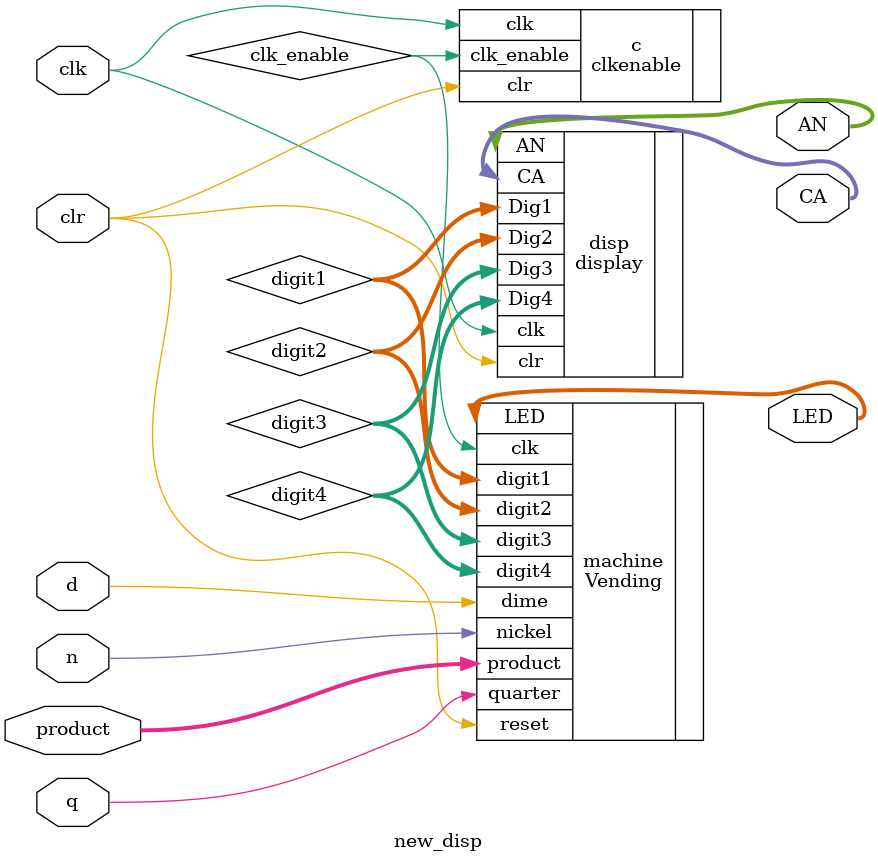
<source format=v>
`timescale 1ns / 1ps


module new_disp(
    input wire clk,
    input wire clr,
    input wire n, 
    input wire q,
    input wire d,
    input [3:0]product,
    output [3:0]LED,
    output [3:0]AN,
    output [6:0]CA
    );
    
    wire clk_enable;
    wire [3:0]digit1; 
    wire [3:0]digit2; 
    wire [3:0]digit3; 
    wire [3:0]digit4;
    
    clkenable c(.clk(clk), .clr(clr), .clk_enable(clk_enable));
    Vending machine(.clk(clk_enable), .reset(clr), .product(product), .LED(LED), .digit1(digit1), .digit2(digit2), .digit3(digit3), .digit4(digit4), .nickel(n), .quarter(q), .dime(d));
    display disp(.clk(clk), .clr(clr), .Dig1(digit1), .Dig2(digit2), .Dig3(digit3), .Dig4(digit4), .AN(AN), .CA(CA));
    
    
endmodule

</source>
